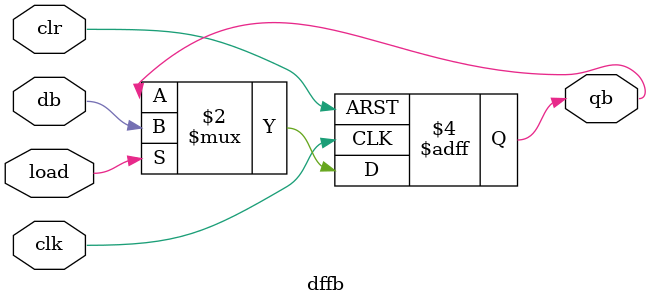
<source format=v>
module dffb (clk, clr, load, db, qb);
input        clk, clr, load;
input   db;
output  qb;

reg     qb;

always@(posedge clr or  posedge clk)
    begin
    if(clr) qb <= 0;
    else if (load)
       qb <= db;
   /* else if (sft)
       qb <= { 1'b0,  qb[3:1] };
       // qb[3] <= 1'b0;
       // qb[2] <= qb[3];
       // qb[1] <= qb[2];
       // qb[0] <= qb[1];
    */
    end

endmodule

</source>
